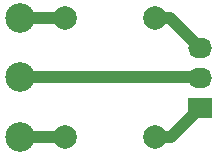
<source format=gbr>
G04 #@! TF.FileFunction,Copper,L2,Bot,Signal*
%FSLAX46Y46*%
G04 Gerber Fmt 4.6, Leading zero omitted, Abs format (unit mm)*
G04 Created by KiCad (PCBNEW 4.0.2+dfsg1-stable) date mån 15 okt 2018 20:08:20*
%MOMM*%
G01*
G04 APERTURE LIST*
%ADD10C,0.100000*%
%ADD11R,2.032000X1.727200*%
%ADD12O,2.032000X1.727200*%
%ADD13C,1.998980*%
%ADD14C,2.499360*%
%ADD15C,1.000000*%
G04 APERTURE END LIST*
D10*
D11*
X18288000Y4953000D03*
D12*
X18288000Y7493000D03*
X18288000Y10033000D03*
D13*
X14478000Y2540000D03*
X6858000Y2540000D03*
X14478000Y12573000D03*
X6858000Y12573000D03*
D14*
X3048000Y7541260D03*
X3048000Y12542520D03*
X3048000Y2540000D03*
D15*
X14478000Y2540000D02*
X15875000Y2540000D01*
X15875000Y2540000D02*
X18288000Y4953000D01*
X3048000Y7541260D02*
X18239740Y7541260D01*
X18239740Y7541260D02*
X18288000Y7493000D01*
X14478000Y12573000D02*
X15748000Y12573000D01*
X15748000Y12573000D02*
X18288000Y10033000D01*
X3048000Y2540000D02*
X6858000Y2540000D01*
X3048000Y12542520D02*
X6827520Y12542520D01*
X6827520Y12542520D02*
X6858000Y12573000D01*
M02*

</source>
